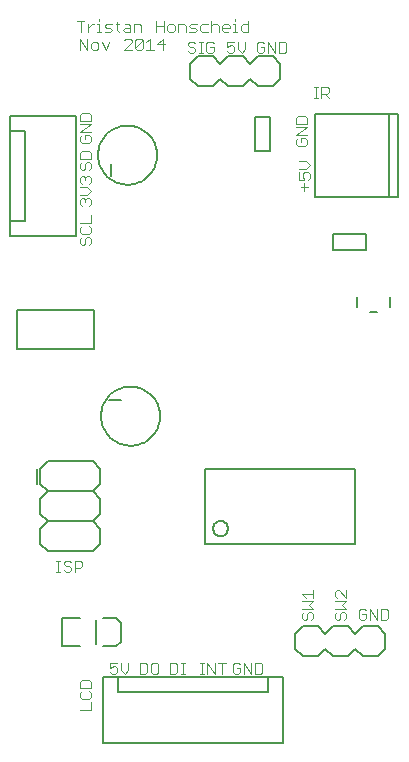
<source format=gto>
G75*
%MOIN*%
%OFA0B0*%
%FSLAX24Y24*%
%IPPOS*%
%LPD*%
%AMOC8*
5,1,8,0,0,1.08239X$1,22.5*
%
%ADD10C,0.0030*%
%ADD11C,0.0080*%
%ADD12C,0.0050*%
%ADD13C,0.0060*%
D10*
X002995Y001810D02*
X003365Y001810D01*
X003365Y002057D01*
X003303Y002178D02*
X003365Y002240D01*
X003365Y002364D01*
X003303Y002425D01*
X003365Y002547D02*
X003365Y002732D01*
X003303Y002794D01*
X003056Y002794D01*
X002995Y002732D01*
X002995Y002547D01*
X003365Y002547D01*
X003056Y002425D02*
X002995Y002364D01*
X002995Y002240D01*
X003056Y002178D01*
X003303Y002178D01*
X004057Y003015D02*
X003995Y003077D01*
X004057Y003015D02*
X004180Y003015D01*
X004242Y003077D01*
X004242Y003200D01*
X004180Y003262D01*
X004118Y003262D01*
X003995Y003200D01*
X003995Y003385D01*
X004242Y003385D01*
X004363Y003385D02*
X004363Y003138D01*
X004487Y003015D01*
X004610Y003138D01*
X004610Y003385D01*
X004995Y003385D02*
X004995Y003015D01*
X005180Y003015D01*
X005242Y003077D01*
X005242Y003324D01*
X005180Y003385D01*
X004995Y003385D01*
X005363Y003324D02*
X005363Y003077D01*
X005425Y003015D01*
X005548Y003015D01*
X005610Y003077D01*
X005610Y003324D01*
X005548Y003385D01*
X005425Y003385D01*
X005363Y003324D01*
X005995Y003385D02*
X005995Y003015D01*
X006180Y003015D01*
X006242Y003077D01*
X006242Y003324D01*
X006180Y003385D01*
X005995Y003385D01*
X006363Y003385D02*
X006487Y003385D01*
X006425Y003385D02*
X006425Y003015D01*
X006363Y003015D02*
X006487Y003015D01*
X006995Y003015D02*
X007118Y003015D01*
X007057Y003015D02*
X007057Y003385D01*
X007118Y003385D02*
X006995Y003385D01*
X007241Y003385D02*
X007241Y003015D01*
X007487Y003015D02*
X007487Y003385D01*
X007609Y003385D02*
X007856Y003385D01*
X007732Y003385D02*
X007732Y003015D01*
X007487Y003015D02*
X007241Y003385D01*
X008095Y003324D02*
X008095Y003077D01*
X008157Y003015D01*
X008280Y003015D01*
X008342Y003077D01*
X008342Y003200D01*
X008218Y003200D01*
X008095Y003324D02*
X008157Y003385D01*
X008280Y003385D01*
X008342Y003324D01*
X008463Y003385D02*
X008710Y003015D01*
X008710Y003385D01*
X008832Y003385D02*
X009017Y003385D01*
X009079Y003324D01*
X009079Y003077D01*
X009017Y003015D01*
X008832Y003015D01*
X008832Y003385D01*
X008463Y003385D02*
X008463Y003015D01*
X010395Y004872D02*
X010456Y004810D01*
X010518Y004810D01*
X010580Y004872D01*
X010580Y004995D01*
X010642Y005057D01*
X010703Y005057D01*
X010765Y004995D01*
X010765Y004872D01*
X010703Y004810D01*
X010765Y005178D02*
X010642Y005302D01*
X010765Y005425D01*
X010395Y005425D01*
X010518Y005547D02*
X010395Y005670D01*
X010765Y005670D01*
X010765Y005547D02*
X010765Y005794D01*
X010765Y005178D02*
X010395Y005178D01*
X010456Y005057D02*
X010395Y004995D01*
X010395Y004872D01*
X011495Y004872D02*
X011556Y004810D01*
X011618Y004810D01*
X011680Y004872D01*
X011680Y004995D01*
X011742Y005057D01*
X011803Y005057D01*
X011865Y004995D01*
X011865Y004872D01*
X011803Y004810D01*
X011865Y005178D02*
X011742Y005302D01*
X011865Y005425D01*
X011495Y005425D01*
X011556Y005547D02*
X011495Y005608D01*
X011495Y005732D01*
X011556Y005794D01*
X011618Y005794D01*
X011865Y005547D01*
X011865Y005794D01*
X011865Y005178D02*
X011495Y005178D01*
X011556Y005057D02*
X011495Y004995D01*
X011495Y004872D01*
X012290Y004877D02*
X012352Y004815D01*
X012475Y004815D01*
X012537Y004877D01*
X012537Y005000D01*
X012413Y005000D01*
X012290Y004877D02*
X012290Y005124D01*
X012352Y005185D01*
X012475Y005185D01*
X012537Y005124D01*
X012658Y005185D02*
X012658Y004815D01*
X012905Y004815D02*
X012658Y005185D01*
X012905Y005185D02*
X012905Y004815D01*
X013027Y004815D02*
X013027Y005185D01*
X013212Y005185D01*
X013274Y005124D01*
X013274Y004877D01*
X013212Y004815D01*
X013027Y004815D01*
X010480Y019115D02*
X010480Y019362D01*
X010480Y019483D02*
X010418Y019607D01*
X010418Y019668D01*
X010480Y019730D01*
X010603Y019730D01*
X010665Y019668D01*
X010665Y019545D01*
X010603Y019483D01*
X010480Y019483D02*
X010295Y019483D01*
X010295Y019730D01*
X010295Y019852D02*
X010542Y019852D01*
X010665Y019975D01*
X010542Y020099D01*
X010295Y020099D01*
X010256Y020615D02*
X010503Y020615D01*
X010565Y020677D01*
X010565Y020800D01*
X010503Y020862D01*
X010380Y020862D01*
X010380Y020738D01*
X010256Y020615D02*
X010195Y020677D01*
X010195Y020800D01*
X010256Y020862D01*
X010195Y020983D02*
X010565Y021230D01*
X010195Y021230D01*
X010195Y021352D02*
X010195Y021537D01*
X010256Y021599D01*
X010503Y021599D01*
X010565Y021537D01*
X010565Y021352D01*
X010195Y021352D01*
X010195Y020983D02*
X010565Y020983D01*
X010795Y022215D02*
X010918Y022215D01*
X010857Y022215D02*
X010857Y022585D01*
X010918Y022585D02*
X010795Y022585D01*
X011041Y022585D02*
X011041Y022215D01*
X011041Y022338D02*
X011226Y022338D01*
X011287Y022400D01*
X011287Y022524D01*
X011226Y022585D01*
X011041Y022585D01*
X011164Y022338D02*
X011287Y022215D01*
X009817Y023715D02*
X009879Y023777D01*
X009879Y024024D01*
X009817Y024085D01*
X009632Y024085D01*
X009632Y023715D01*
X009817Y023715D01*
X009510Y023715D02*
X009510Y024085D01*
X009263Y024085D02*
X009510Y023715D01*
X009263Y023715D02*
X009263Y024085D01*
X009142Y024024D02*
X009080Y024085D01*
X008957Y024085D01*
X008895Y024024D01*
X008895Y023777D01*
X008957Y023715D01*
X009080Y023715D01*
X009142Y023777D01*
X009142Y023900D01*
X009018Y023900D01*
X008510Y023838D02*
X008510Y024085D01*
X008510Y023838D02*
X008387Y023715D01*
X008263Y023838D01*
X008263Y024085D01*
X008142Y024085D02*
X007895Y024085D01*
X007895Y023900D01*
X008018Y023962D01*
X008080Y023962D01*
X008142Y023900D01*
X008142Y023777D01*
X008080Y023715D01*
X007957Y023715D01*
X007895Y023777D01*
X007930Y024415D02*
X007806Y024415D01*
X007744Y024477D01*
X007744Y024600D01*
X007806Y024662D01*
X007930Y024662D01*
X007991Y024600D01*
X007991Y024538D01*
X007744Y024538D01*
X007623Y024600D02*
X007623Y024415D01*
X007623Y024600D02*
X007561Y024662D01*
X007438Y024662D01*
X007376Y024600D01*
X007255Y024662D02*
X007070Y024662D01*
X007008Y024600D01*
X007008Y024477D01*
X007070Y024415D01*
X007255Y024415D01*
X007376Y024415D02*
X007376Y024785D01*
X007394Y024085D02*
X007271Y024085D01*
X007209Y024024D01*
X007209Y023777D01*
X007271Y023715D01*
X007394Y023715D01*
X007456Y023777D01*
X007456Y023900D01*
X007332Y023900D01*
X007456Y024024D02*
X007394Y024085D01*
X007087Y024085D02*
X006963Y024085D01*
X007025Y024085D02*
X007025Y023715D01*
X006963Y023715D02*
X007087Y023715D01*
X006842Y023777D02*
X006780Y023715D01*
X006657Y023715D01*
X006595Y023777D01*
X006657Y023900D02*
X006595Y023962D01*
X006595Y024024D01*
X006657Y024085D01*
X006780Y024085D01*
X006842Y024024D01*
X006780Y023900D02*
X006842Y023838D01*
X006842Y023777D01*
X006780Y023900D02*
X006657Y023900D01*
X006640Y024415D02*
X006825Y024415D01*
X006886Y024477D01*
X006825Y024538D01*
X006701Y024538D01*
X006640Y024600D01*
X006701Y024662D01*
X006886Y024662D01*
X006518Y024600D02*
X006518Y024415D01*
X006518Y024600D02*
X006456Y024662D01*
X006271Y024662D01*
X006271Y024415D01*
X006150Y024477D02*
X006150Y024600D01*
X006088Y024662D01*
X005965Y024662D01*
X005903Y024600D01*
X005903Y024477D01*
X005965Y024415D01*
X006088Y024415D01*
X006150Y024477D01*
X005820Y024000D02*
X005573Y024000D01*
X005758Y024185D01*
X005758Y023815D01*
X005452Y023815D02*
X005205Y023815D01*
X005328Y023815D02*
X005328Y024185D01*
X005205Y024062D01*
X005083Y024124D02*
X005083Y023877D01*
X005022Y023815D01*
X004898Y023815D01*
X004837Y023877D01*
X005083Y024124D01*
X005022Y024185D01*
X004898Y024185D01*
X004837Y024124D01*
X004837Y023877D01*
X004715Y023815D02*
X004468Y023815D01*
X004715Y024062D01*
X004715Y024124D01*
X004653Y024185D01*
X004530Y024185D01*
X004468Y024124D01*
X004491Y024415D02*
X004430Y024477D01*
X004491Y024538D01*
X004677Y024538D01*
X004677Y024600D02*
X004677Y024415D01*
X004491Y024415D01*
X004308Y024415D02*
X004246Y024477D01*
X004246Y024724D01*
X004184Y024662D02*
X004308Y024662D01*
X004491Y024662D02*
X004615Y024662D01*
X004677Y024600D01*
X004798Y024662D02*
X004983Y024662D01*
X005045Y024600D01*
X005045Y024415D01*
X004798Y024415D02*
X004798Y024662D01*
X004063Y024662D02*
X003878Y024662D01*
X003816Y024600D01*
X003878Y024538D01*
X004001Y024538D01*
X004063Y024477D01*
X004001Y024415D01*
X003816Y024415D01*
X003694Y024415D02*
X003570Y024415D01*
X003632Y024415D02*
X003632Y024662D01*
X003570Y024662D01*
X003448Y024662D02*
X003387Y024662D01*
X003263Y024538D01*
X003263Y024415D02*
X003263Y024662D01*
X003142Y024785D02*
X002895Y024785D01*
X003018Y024785D02*
X003018Y024415D01*
X002995Y024185D02*
X003242Y023815D01*
X003242Y024185D01*
X003425Y024062D02*
X003363Y024000D01*
X003363Y023877D01*
X003425Y023815D01*
X003548Y023815D01*
X003610Y023877D01*
X003610Y024000D01*
X003548Y024062D01*
X003425Y024062D01*
X003732Y024062D02*
X003855Y023815D01*
X003979Y024062D01*
X003632Y024785D02*
X003632Y024847D01*
X002995Y024185D02*
X002995Y023815D01*
X003056Y021699D02*
X002995Y021637D01*
X002995Y021452D01*
X003365Y021452D01*
X003365Y021637D01*
X003303Y021699D01*
X003056Y021699D01*
X002995Y021330D02*
X003365Y021330D01*
X002995Y021083D01*
X003365Y021083D01*
X003303Y020962D02*
X003180Y020962D01*
X003180Y020838D01*
X003303Y020715D02*
X003056Y020715D01*
X002995Y020777D01*
X002995Y020900D01*
X003056Y020962D01*
X003303Y020962D02*
X003365Y020900D01*
X003365Y020777D01*
X003303Y020715D01*
X003303Y020430D02*
X003056Y020430D01*
X002995Y020368D01*
X002995Y020183D01*
X003365Y020183D01*
X003365Y020368D01*
X003303Y020430D01*
X003303Y020062D02*
X003242Y020062D01*
X003180Y020000D01*
X003180Y019877D01*
X003118Y019815D01*
X003056Y019815D01*
X002995Y019877D01*
X002995Y020000D01*
X003056Y020062D01*
X003303Y020062D02*
X003365Y020000D01*
X003365Y019877D01*
X003303Y019815D01*
X003303Y019599D02*
X003242Y019599D01*
X003180Y019537D01*
X003180Y019475D01*
X003180Y019537D02*
X003118Y019599D01*
X003056Y019599D01*
X002995Y019537D01*
X002995Y019413D01*
X003056Y019352D01*
X002995Y019230D02*
X003242Y019230D01*
X003365Y019107D01*
X003242Y018983D01*
X002995Y018983D01*
X003056Y018862D02*
X003118Y018862D01*
X003180Y018800D01*
X003242Y018862D01*
X003303Y018862D01*
X003365Y018800D01*
X003365Y018677D01*
X003303Y018615D01*
X003180Y018738D02*
X003180Y018800D01*
X003056Y018862D02*
X002995Y018800D01*
X002995Y018677D01*
X003056Y018615D01*
X003365Y018299D02*
X003365Y018052D01*
X002995Y018052D01*
X003056Y017930D02*
X002995Y017868D01*
X002995Y017745D01*
X003056Y017683D01*
X003303Y017683D01*
X003365Y017745D01*
X003365Y017868D01*
X003303Y017930D01*
X003303Y017562D02*
X003242Y017562D01*
X003180Y017500D01*
X003180Y017377D01*
X003118Y017315D01*
X003056Y017315D01*
X002995Y017377D01*
X002995Y017500D01*
X003056Y017562D01*
X003303Y017562D02*
X003365Y017500D01*
X003365Y017377D01*
X003303Y017315D01*
X003303Y019352D02*
X003365Y019413D01*
X003365Y019537D01*
X003303Y019599D01*
X005535Y024415D02*
X005535Y024785D01*
X005535Y024600D02*
X005781Y024600D01*
X005781Y024785D02*
X005781Y024415D01*
X008113Y024415D02*
X008236Y024415D01*
X008175Y024415D02*
X008175Y024662D01*
X008113Y024662D01*
X008175Y024785D02*
X008175Y024847D01*
X008420Y024662D02*
X008605Y024662D01*
X008605Y024785D02*
X008605Y024415D01*
X008420Y024415D01*
X008358Y024477D01*
X008358Y024600D01*
X008420Y024662D01*
X010356Y019238D02*
X010603Y019238D01*
X003012Y006785D02*
X003074Y006724D01*
X003074Y006600D01*
X003012Y006538D01*
X002827Y006538D01*
X002705Y006538D02*
X002705Y006477D01*
X002644Y006415D01*
X002520Y006415D01*
X002458Y006477D01*
X002336Y006415D02*
X002213Y006415D01*
X002275Y006415D02*
X002275Y006785D01*
X002336Y006785D02*
X002213Y006785D01*
X002458Y006724D02*
X002458Y006662D01*
X002520Y006600D01*
X002644Y006600D01*
X002705Y006538D01*
X002827Y006415D02*
X002827Y006785D01*
X003012Y006785D01*
X002705Y006724D02*
X002644Y006785D01*
X002520Y006785D01*
X002458Y006724D01*
D11*
X002396Y004872D02*
X002396Y003928D01*
X002986Y003928D01*
X002986Y004872D02*
X002396Y004872D01*
X001930Y007100D02*
X003430Y007100D01*
X003680Y007350D01*
X003680Y007850D01*
X003430Y008100D01*
X001930Y008100D01*
X001680Y007850D01*
X001680Y007350D01*
X001930Y007100D01*
X001930Y008100D02*
X001680Y008350D01*
X001680Y008850D01*
X001930Y009100D01*
X003430Y009100D01*
X003680Y008850D01*
X003680Y008350D01*
X003430Y008100D01*
X003430Y009100D02*
X003680Y009350D01*
X003680Y009850D01*
X003430Y010100D01*
X001930Y010100D01*
X001680Y009850D01*
X001680Y009350D01*
X001930Y009100D01*
X001548Y009350D02*
X001548Y009850D01*
X000890Y013850D02*
X003470Y013850D01*
X003470Y015150D01*
X000890Y015150D01*
X000890Y013850D01*
X003980Y012150D02*
X004380Y012150D01*
X003696Y011600D02*
X003698Y011662D01*
X003704Y011725D01*
X003714Y011786D01*
X003728Y011847D01*
X003745Y011907D01*
X003766Y011966D01*
X003792Y012023D01*
X003820Y012078D01*
X003852Y012132D01*
X003888Y012183D01*
X003926Y012233D01*
X003968Y012279D01*
X004012Y012323D01*
X004060Y012364D01*
X004109Y012402D01*
X004161Y012436D01*
X004215Y012467D01*
X004271Y012495D01*
X004329Y012519D01*
X004388Y012540D01*
X004448Y012556D01*
X004509Y012569D01*
X004571Y012578D01*
X004633Y012583D01*
X004696Y012584D01*
X004758Y012581D01*
X004820Y012574D01*
X004882Y012563D01*
X004942Y012548D01*
X005002Y012530D01*
X005060Y012508D01*
X005117Y012482D01*
X005172Y012452D01*
X005225Y012419D01*
X005276Y012383D01*
X005324Y012344D01*
X005370Y012301D01*
X005413Y012256D01*
X005453Y012208D01*
X005490Y012158D01*
X005524Y012105D01*
X005555Y012051D01*
X005581Y011995D01*
X005605Y011937D01*
X005624Y011877D01*
X005640Y011817D01*
X005652Y011755D01*
X005660Y011694D01*
X005664Y011631D01*
X005664Y011569D01*
X005660Y011506D01*
X005652Y011445D01*
X005640Y011383D01*
X005624Y011323D01*
X005605Y011263D01*
X005581Y011205D01*
X005555Y011149D01*
X005524Y011095D01*
X005490Y011042D01*
X005453Y010992D01*
X005413Y010944D01*
X005370Y010899D01*
X005324Y010856D01*
X005276Y010817D01*
X005225Y010781D01*
X005172Y010748D01*
X005117Y010718D01*
X005060Y010692D01*
X005002Y010670D01*
X004942Y010652D01*
X004882Y010637D01*
X004820Y010626D01*
X004758Y010619D01*
X004696Y010616D01*
X004633Y010617D01*
X004571Y010622D01*
X004509Y010631D01*
X004448Y010644D01*
X004388Y010660D01*
X004329Y010681D01*
X004271Y010705D01*
X004215Y010733D01*
X004161Y010764D01*
X004109Y010798D01*
X004060Y010836D01*
X004012Y010877D01*
X003968Y010921D01*
X003926Y010967D01*
X003888Y011017D01*
X003852Y011068D01*
X003820Y011122D01*
X003792Y011177D01*
X003766Y011234D01*
X003745Y011293D01*
X003728Y011353D01*
X003714Y011414D01*
X003704Y011475D01*
X003698Y011538D01*
X003696Y011600D01*
X007180Y009850D02*
X007180Y007350D01*
X012180Y007350D01*
X012180Y009850D01*
X007180Y009850D01*
X004207Y004872D02*
X004364Y004715D01*
X004364Y004085D01*
X004207Y003928D01*
X003774Y003928D01*
X003774Y004872D02*
X004207Y004872D01*
X010180Y004350D02*
X010180Y003850D01*
X010430Y003600D01*
X010930Y003600D01*
X011180Y003850D01*
X011430Y003600D01*
X011930Y003600D01*
X012180Y003850D01*
X012430Y003600D01*
X012930Y003600D01*
X013180Y003850D01*
X013180Y004350D01*
X012930Y004600D01*
X012430Y004600D01*
X012180Y004350D01*
X011930Y004600D01*
X011430Y004600D01*
X011180Y004350D01*
X010930Y004600D01*
X010430Y004600D01*
X010180Y004350D01*
X012674Y015081D02*
X012886Y015081D01*
X013340Y015231D02*
X013340Y015569D01*
X012220Y015569D02*
X012220Y015231D01*
X013282Y018911D02*
X010841Y018911D01*
X010841Y021667D01*
X013282Y021667D01*
X013282Y018911D01*
X013597Y018911D01*
X013597Y021667D01*
X013282Y021667D01*
X009680Y022850D02*
X009680Y023350D01*
X009430Y023600D01*
X008930Y023600D01*
X008680Y023350D01*
X008430Y023600D01*
X007930Y023600D01*
X007680Y023350D01*
X007430Y023600D01*
X006930Y023600D01*
X006680Y023350D01*
X006680Y022850D01*
X006930Y022600D01*
X007430Y022600D01*
X007680Y022850D01*
X007930Y022600D01*
X008430Y022600D01*
X008680Y022850D01*
X008930Y022600D01*
X009430Y022600D01*
X009680Y022850D01*
X003596Y020300D02*
X003598Y020362D01*
X003604Y020425D01*
X003614Y020486D01*
X003628Y020547D01*
X003645Y020607D01*
X003666Y020666D01*
X003692Y020723D01*
X003720Y020778D01*
X003752Y020832D01*
X003788Y020883D01*
X003826Y020933D01*
X003868Y020979D01*
X003912Y021023D01*
X003960Y021064D01*
X004009Y021102D01*
X004061Y021136D01*
X004115Y021167D01*
X004171Y021195D01*
X004229Y021219D01*
X004288Y021240D01*
X004348Y021256D01*
X004409Y021269D01*
X004471Y021278D01*
X004533Y021283D01*
X004596Y021284D01*
X004658Y021281D01*
X004720Y021274D01*
X004782Y021263D01*
X004842Y021248D01*
X004902Y021230D01*
X004960Y021208D01*
X005017Y021182D01*
X005072Y021152D01*
X005125Y021119D01*
X005176Y021083D01*
X005224Y021044D01*
X005270Y021001D01*
X005313Y020956D01*
X005353Y020908D01*
X005390Y020858D01*
X005424Y020805D01*
X005455Y020751D01*
X005481Y020695D01*
X005505Y020637D01*
X005524Y020577D01*
X005540Y020517D01*
X005552Y020455D01*
X005560Y020394D01*
X005564Y020331D01*
X005564Y020269D01*
X005560Y020206D01*
X005552Y020145D01*
X005540Y020083D01*
X005524Y020023D01*
X005505Y019963D01*
X005481Y019905D01*
X005455Y019849D01*
X005424Y019795D01*
X005390Y019742D01*
X005353Y019692D01*
X005313Y019644D01*
X005270Y019599D01*
X005224Y019556D01*
X005176Y019517D01*
X005125Y019481D01*
X005072Y019448D01*
X005017Y019418D01*
X004960Y019392D01*
X004902Y019370D01*
X004842Y019352D01*
X004782Y019337D01*
X004720Y019326D01*
X004658Y019319D01*
X004596Y019316D01*
X004533Y019317D01*
X004471Y019322D01*
X004409Y019331D01*
X004348Y019344D01*
X004288Y019360D01*
X004229Y019381D01*
X004171Y019405D01*
X004115Y019433D01*
X004061Y019464D01*
X004009Y019498D01*
X003960Y019536D01*
X003912Y019577D01*
X003868Y019621D01*
X003826Y019667D01*
X003788Y019717D01*
X003752Y019768D01*
X003720Y019822D01*
X003692Y019877D01*
X003666Y019934D01*
X003645Y019993D01*
X003628Y020053D01*
X003614Y020114D01*
X003604Y020175D01*
X003598Y020238D01*
X003596Y020300D01*
X004030Y020000D02*
X004030Y019600D01*
D12*
X002880Y017600D02*
X002880Y021600D01*
X000680Y021600D01*
X000680Y021100D01*
X001180Y021100D01*
X001180Y018100D01*
X000680Y018100D01*
X000680Y021100D01*
X000680Y018100D02*
X000680Y017600D01*
X002880Y017600D01*
X007430Y007850D02*
X007432Y007881D01*
X007438Y007912D01*
X007448Y007942D01*
X007461Y007970D01*
X007478Y007997D01*
X007498Y008021D01*
X007521Y008043D01*
X007546Y008061D01*
X007574Y008076D01*
X007603Y008088D01*
X007633Y008096D01*
X007664Y008100D01*
X007696Y008100D01*
X007727Y008096D01*
X007757Y008088D01*
X007786Y008076D01*
X007814Y008061D01*
X007839Y008043D01*
X007862Y008021D01*
X007882Y007997D01*
X007899Y007970D01*
X007912Y007942D01*
X007922Y007912D01*
X007928Y007881D01*
X007930Y007850D01*
X007928Y007819D01*
X007922Y007788D01*
X007912Y007758D01*
X007899Y007730D01*
X007882Y007703D01*
X007862Y007679D01*
X007839Y007657D01*
X007814Y007639D01*
X007786Y007624D01*
X007757Y007612D01*
X007727Y007604D01*
X007696Y007600D01*
X007664Y007600D01*
X007633Y007604D01*
X007603Y007612D01*
X007574Y007624D01*
X007546Y007639D01*
X007521Y007657D01*
X007498Y007679D01*
X007478Y007703D01*
X007461Y007730D01*
X007448Y007758D01*
X007438Y007788D01*
X007432Y007819D01*
X007430Y007850D01*
X009280Y002900D02*
X009280Y002400D01*
X004280Y002400D01*
X004280Y002900D01*
X009280Y002900D01*
X009780Y002900D01*
X009780Y000700D01*
X003780Y000700D01*
X003780Y002900D01*
X004280Y002900D01*
X003530Y004000D02*
X003530Y004800D01*
D13*
X011420Y017140D02*
X011420Y017660D01*
X012540Y017660D01*
X012540Y017140D01*
X011420Y017140D01*
X009340Y020440D02*
X009340Y021560D01*
X008820Y021560D01*
X008820Y020440D01*
X009340Y020440D01*
M02*

</source>
